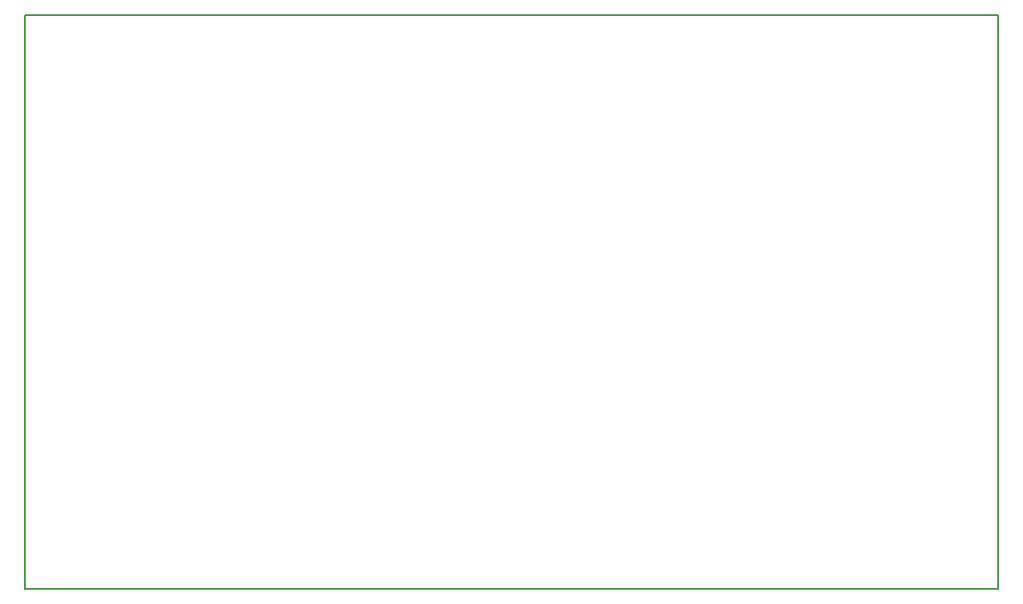
<source format=gbr>
G04 #@! TF.GenerationSoftware,KiCad,Pcbnew,(5.0.0)*
G04 #@! TF.CreationDate,2019-10-27T10:49:01-04:00*
G04 #@! TF.ProjectId,Micro-Breakoutout,4D6963726F2D427265616B6F75746F75,rev?*
G04 #@! TF.SameCoordinates,Original*
G04 #@! TF.FileFunction,Profile,NP*
%FSLAX46Y46*%
G04 Gerber Fmt 4.6, Leading zero omitted, Abs format (unit mm)*
G04 Created by KiCad (PCBNEW (5.0.0)) date 10/27/19 10:49:01*
%MOMM*%
%LPD*%
G01*
G04 APERTURE LIST*
%ADD10C,0.150000*%
G04 APERTURE END LIST*
D10*
X102870000Y-142240000D02*
X102870000Y-87630000D01*
X195580000Y-142240000D02*
X102870000Y-142240000D01*
X195580000Y-87630000D02*
X195580000Y-142240000D01*
X102870000Y-87630000D02*
X195580000Y-87630000D01*
M02*

</source>
